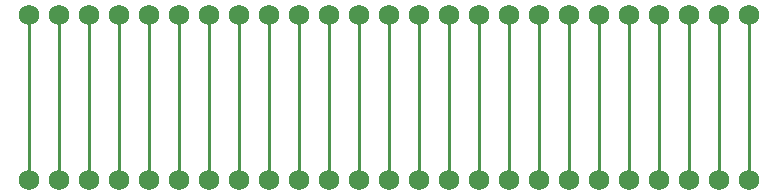
<source format=gbr>
%TF.GenerationSoftware,KiCad,Pcbnew,(5.1.7)-1*%
%TF.CreationDate,2023-03-16T12:51:53-07:00*%
%TF.ProjectId,smsQSB,736d7351-5342-42e6-9b69-6361645f7063,rev?*%
%TF.SameCoordinates,Original*%
%TF.FileFunction,Copper,L1,Top*%
%TF.FilePolarity,Positive*%
%FSLAX46Y46*%
G04 Gerber Fmt 4.6, Leading zero omitted, Abs format (unit mm)*
G04 Created by KiCad (PCBNEW (5.1.7)-1) date 2023-03-16 12:51:53*
%MOMM*%
%LPD*%
G01*
G04 APERTURE LIST*
%TA.AperFunction,ComponentPad*%
%ADD10C,1.750000*%
%TD*%
%TA.AperFunction,Conductor*%
%ADD11C,0.250000*%
%TD*%
G04 APERTURE END LIST*
D10*
%TO.P,J2,25*%
%TO.N,Net-(J1-Pad25)*%
X213360000Y-106000000D03*
%TO.P,J2,24*%
%TO.N,Net-(J1-Pad24)*%
X210820000Y-106000000D03*
%TO.P,J2,23*%
%TO.N,Net-(J1-Pad23)*%
X208280000Y-106000000D03*
%TO.P,J2,22*%
%TO.N,Net-(J1-Pad22)*%
X205740000Y-106000000D03*
%TO.P,J2,21*%
%TO.N,Net-(J1-Pad21)*%
X203200000Y-106000000D03*
%TO.P,J2,20*%
%TO.N,Net-(J1-Pad20)*%
X200660000Y-106000000D03*
%TO.P,J2,19*%
%TO.N,Net-(J1-Pad19)*%
X198120000Y-106000000D03*
%TO.P,J2,18*%
%TO.N,Net-(J1-Pad18)*%
X195580000Y-106000000D03*
%TO.P,J2,17*%
%TO.N,Net-(J1-Pad17)*%
X193040000Y-106000000D03*
%TO.P,J2,16*%
%TO.N,Net-(J1-Pad16)*%
X190500000Y-106000000D03*
%TO.P,J2,15*%
%TO.N,Net-(J1-Pad15)*%
X187960000Y-106000000D03*
%TO.P,J2,14*%
%TO.N,Net-(J1-Pad14)*%
X185420000Y-106000000D03*
%TO.P,J2,13*%
%TO.N,Net-(J1-Pad13)*%
X182880000Y-106000000D03*
%TO.P,J2,12*%
%TO.N,Net-(J1-Pad12)*%
X180340000Y-106000000D03*
%TO.P,J2,11*%
%TO.N,Net-(J1-Pad11)*%
X177800000Y-106000000D03*
%TO.P,J2,10*%
%TO.N,Net-(J1-Pad10)*%
X175260000Y-106000000D03*
%TO.P,J2,9*%
%TO.N,Net-(J1-Pad9)*%
X172720000Y-106000000D03*
%TO.P,J2,8*%
%TO.N,Net-(J1-Pad8)*%
X170180000Y-106000000D03*
%TO.P,J2,7*%
%TO.N,Net-(J1-Pad7)*%
X167640000Y-106000000D03*
%TO.P,J2,6*%
%TO.N,Net-(J1-Pad6)*%
X165100000Y-106000000D03*
%TO.P,J2,5*%
%TO.N,Net-(J1-Pad5)*%
X162560000Y-106000000D03*
%TO.P,J2,4*%
%TO.N,Net-(J1-Pad4)*%
X160020000Y-106000000D03*
%TO.P,J2,3*%
%TO.N,Net-(J1-Pad3)*%
X157480000Y-106000000D03*
%TO.P,J2,2*%
%TO.N,Net-(J1-Pad2)*%
X154940000Y-106000000D03*
%TO.P,J2,1*%
%TO.N,Net-(J1-Pad1)*%
X152400000Y-106000000D03*
%TD*%
%TO.P,J1,25*%
%TO.N,Net-(J1-Pad25)*%
X213360000Y-92000000D03*
%TO.P,J1,24*%
%TO.N,Net-(J1-Pad24)*%
X210820000Y-92000000D03*
%TO.P,J1,23*%
%TO.N,Net-(J1-Pad23)*%
X208280000Y-92000000D03*
%TO.P,J1,22*%
%TO.N,Net-(J1-Pad22)*%
X205740000Y-92000000D03*
%TO.P,J1,21*%
%TO.N,Net-(J1-Pad21)*%
X203200000Y-92000000D03*
%TO.P,J1,20*%
%TO.N,Net-(J1-Pad20)*%
X200660000Y-92000000D03*
%TO.P,J1,19*%
%TO.N,Net-(J1-Pad19)*%
X198120000Y-92000000D03*
%TO.P,J1,18*%
%TO.N,Net-(J1-Pad18)*%
X195580000Y-92000000D03*
%TO.P,J1,17*%
%TO.N,Net-(J1-Pad17)*%
X193040000Y-92000000D03*
%TO.P,J1,16*%
%TO.N,Net-(J1-Pad16)*%
X190500000Y-92000000D03*
%TO.P,J1,15*%
%TO.N,Net-(J1-Pad15)*%
X187960000Y-92000000D03*
%TO.P,J1,14*%
%TO.N,Net-(J1-Pad14)*%
X185420000Y-92000000D03*
%TO.P,J1,13*%
%TO.N,Net-(J1-Pad13)*%
X182880000Y-92000000D03*
%TO.P,J1,12*%
%TO.N,Net-(J1-Pad12)*%
X180340000Y-92000000D03*
%TO.P,J1,11*%
%TO.N,Net-(J1-Pad11)*%
X177800000Y-92000000D03*
%TO.P,J1,10*%
%TO.N,Net-(J1-Pad10)*%
X175260000Y-92000000D03*
%TO.P,J1,9*%
%TO.N,Net-(J1-Pad9)*%
X172720000Y-92000000D03*
%TO.P,J1,8*%
%TO.N,Net-(J1-Pad8)*%
X170180000Y-92000000D03*
%TO.P,J1,7*%
%TO.N,Net-(J1-Pad7)*%
X167640000Y-92000000D03*
%TO.P,J1,6*%
%TO.N,Net-(J1-Pad6)*%
X165100000Y-92000000D03*
%TO.P,J1,5*%
%TO.N,Net-(J1-Pad5)*%
X162560000Y-92000000D03*
%TO.P,J1,4*%
%TO.N,Net-(J1-Pad4)*%
X160020000Y-92000000D03*
%TO.P,J1,3*%
%TO.N,Net-(J1-Pad3)*%
X157480000Y-92000000D03*
%TO.P,J1,2*%
%TO.N,Net-(J1-Pad2)*%
X154940000Y-92000000D03*
%TO.P,J1,1*%
%TO.N,Net-(J1-Pad1)*%
X152400000Y-92000000D03*
%TD*%
D11*
%TO.N,Net-(J1-Pad25)*%
X213360000Y-92000000D02*
X213360000Y-106000000D01*
%TO.N,Net-(J1-Pad24)*%
X210820000Y-92000000D02*
X210820000Y-106000000D01*
%TO.N,Net-(J1-Pad23)*%
X208280000Y-92000000D02*
X208280000Y-106000000D01*
%TO.N,Net-(J1-Pad22)*%
X205740000Y-92000000D02*
X205740000Y-106000000D01*
%TO.N,Net-(J1-Pad21)*%
X203200000Y-92000000D02*
X203200000Y-106000000D01*
%TO.N,Net-(J1-Pad20)*%
X200660000Y-92000000D02*
X200660000Y-106000000D01*
%TO.N,Net-(J1-Pad19)*%
X198120000Y-92000000D02*
X198120000Y-106000000D01*
%TO.N,Net-(J1-Pad18)*%
X195580000Y-92000000D02*
X195580000Y-106000000D01*
%TO.N,Net-(J1-Pad17)*%
X193040000Y-92000000D02*
X193040000Y-106000000D01*
%TO.N,Net-(J1-Pad16)*%
X190500000Y-92000000D02*
X190500000Y-106000000D01*
%TO.N,Net-(J1-Pad15)*%
X187960000Y-92000000D02*
X187960000Y-106000000D01*
%TO.N,Net-(J1-Pad14)*%
X185420000Y-92000000D02*
X185420000Y-106000000D01*
%TO.N,Net-(J1-Pad13)*%
X182880000Y-92000000D02*
X182880000Y-106000000D01*
%TO.N,Net-(J1-Pad12)*%
X180340000Y-92000000D02*
X180340000Y-106000000D01*
%TO.N,Net-(J1-Pad11)*%
X177800000Y-92000000D02*
X177800000Y-106000000D01*
%TO.N,Net-(J1-Pad10)*%
X175260000Y-92000000D02*
X175260000Y-106000000D01*
%TO.N,Net-(J1-Pad9)*%
X172720000Y-92000000D02*
X172720000Y-106000000D01*
%TO.N,Net-(J1-Pad8)*%
X170180000Y-92000000D02*
X170180000Y-106000000D01*
%TO.N,Net-(J1-Pad7)*%
X167640000Y-92000000D02*
X167640000Y-106000000D01*
%TO.N,Net-(J1-Pad6)*%
X165100000Y-92000000D02*
X165100000Y-106000000D01*
%TO.N,Net-(J1-Pad5)*%
X162560000Y-92000000D02*
X162560000Y-106000000D01*
%TO.N,Net-(J1-Pad4)*%
X160020000Y-92000000D02*
X160020000Y-106000000D01*
%TO.N,Net-(J1-Pad3)*%
X157480000Y-92000000D02*
X157480000Y-106000000D01*
%TO.N,Net-(J1-Pad2)*%
X154940000Y-92000000D02*
X154940000Y-106000000D01*
%TO.N,Net-(J1-Pad1)*%
X152400000Y-92000000D02*
X152400000Y-106000000D01*
%TD*%
M02*

</source>
